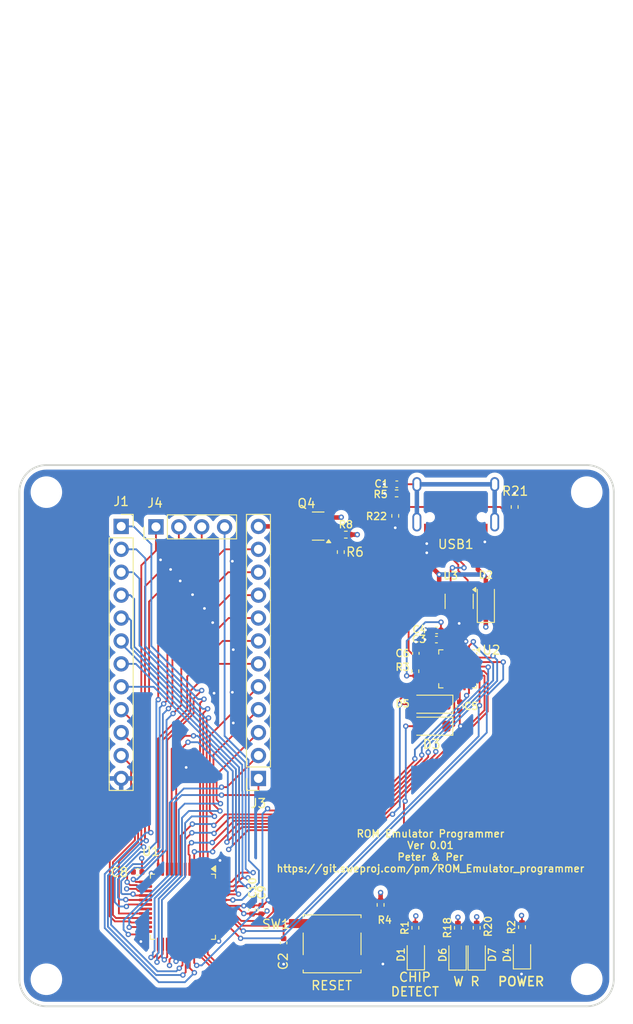
<source format=kicad_pcb>
(kicad_pcb
	(version 20240108)
	(generator "pcbnew")
	(generator_version "8.0")
	(general
		(thickness 1.6)
		(legacy_teardrops no)
	)
	(paper "A4")
	(title_block
		(title "ROM Emulator Programmer")
		(date "2024-10-07")
		(rev "0.01")
		(company "Peter & Per")
	)
	(layers
		(0 "F.Cu" signal)
		(1 "In1.Cu" signal)
		(2 "In2.Cu" signal)
		(31 "B.Cu" signal)
		(32 "B.Adhes" user "B.Adhesive")
		(33 "F.Adhes" user "F.Adhesive")
		(34 "B.Paste" user)
		(35 "F.Paste" user)
		(36 "B.SilkS" user "B.Silkscreen")
		(37 "F.SilkS" user "F.Silkscreen")
		(38 "B.Mask" user)
		(39 "F.Mask" user)
		(40 "Dwgs.User" user "User.Drawings")
		(41 "Cmts.User" user "User.Comments")
		(42 "Eco1.User" user "User.Eco1")
		(43 "Eco2.User" user "User.Eco2")
		(44 "Edge.Cuts" user)
		(45 "Margin" user)
		(46 "B.CrtYd" user "B.Courtyard")
		(47 "F.CrtYd" user "F.Courtyard")
		(48 "B.Fab" user)
		(49 "F.Fab" user)
		(50 "User.1" user)
		(51 "User.2" user)
		(52 "User.3" user)
		(53 "User.4" user)
		(54 "User.5" user)
		(55 "User.6" user)
		(56 "User.7" user)
		(57 "User.8" user)
		(58 "User.9" user)
	)
	(setup
		(stackup
			(layer "F.SilkS"
				(type "Top Silk Screen")
			)
			(layer "F.Paste"
				(type "Top Solder Paste")
			)
			(layer "F.Mask"
				(type "Top Solder Mask")
				(thickness 0.01)
			)
			(layer "F.Cu"
				(type "copper")
				(thickness 0.035)
			)
			(layer "dielectric 1"
				(type "prepreg")
				(thickness 0.1)
				(material "FR4")
				(epsilon_r 4.5)
				(loss_tangent 0.02)
			)
			(layer "In1.Cu"
				(type "copper")
				(thickness 0.035)
			)
			(layer "dielectric 2"
				(type "core")
				(thickness 1.24)
				(material "FR4")
				(epsilon_r 4.5)
				(loss_tangent 0.02)
			)
			(layer "In2.Cu"
				(type "copper")
				(thickness 0.035)
			)
			(layer "dielectric 3"
				(type "prepreg")
				(thickness 0.1)
				(material "FR4")
				(epsilon_r 4.5)
				(loss_tangent 0.02)
			)
			(layer "B.Cu"
				(type "copper")
				(thickness 0.035)
			)
			(layer "B.Mask"
				(type "Bottom Solder Mask")
				(thickness 0.01)
			)
			(layer "B.Paste"
				(type "Bottom Solder Paste")
			)
			(layer "B.SilkS"
				(type "Bottom Silk Screen")
			)
			(copper_finish "None")
			(dielectric_constraints no)
		)
		(pad_to_mask_clearance 0)
		(allow_soldermask_bridges_in_footprints no)
		(pcbplotparams
			(layerselection 0x00010fc_ffffffff)
			(plot_on_all_layers_selection 0x0000000_00000000)
			(disableapertmacros no)
			(usegerberextensions no)
			(usegerberattributes yes)
			(usegerberadvancedattributes yes)
			(creategerberjobfile yes)
			(dashed_line_dash_ratio 12.000000)
			(dashed_line_gap_ratio 3.000000)
			(svgprecision 4)
			(plotframeref no)
			(viasonmask no)
			(mode 1)
			(useauxorigin no)
			(hpglpennumber 1)
			(hpglpenspeed 20)
			(hpglpendiameter 15.000000)
			(pdf_front_fp_property_popups yes)
			(pdf_back_fp_property_popups yes)
			(dxfpolygonmode yes)
			(dxfimperialunits yes)
			(dxfusepcbnewfont yes)
			(psnegative no)
			(psa4output no)
			(plotreference yes)
			(plotvalue yes)
			(plotfptext yes)
			(plotinvisibletext no)
			(sketchpadsonfab no)
			(subtractmaskfromsilk no)
			(outputformat 1)
			(mirror no)
			(drillshape 1)
			(scaleselection 1)
			(outputdirectory "")
		)
	)
	(net 0 "")
	(net 1 "GND")
	(net 2 "+5V")
	(net 3 "/RX0")
	(net 4 "/UPDI")
	(net 5 "/D1")
	(net 6 "/A8")
	(net 7 "/A0")
	(net 8 "/D0")
	(net 9 "/A6")
	(net 10 "/D3")
	(net 11 "/A1")
	(net 12 "/A5")
	(net 13 "/A11")
	(net 14 "/A3")
	(net 15 "/CD_LED")
	(net 16 "/A10")
	(net 17 "/A7")
	(net 18 "/A9")
	(net 19 "unconnected-(U1-PC07-Pad19)")
	(net 20 "/D4")
	(net 21 "/D2")
	(net 22 "/A2")
	(net 23 "/D6")
	(net 24 "/USB_N")
	(net 25 "Net-(USB1-CC1)")
	(net 26 "Net-(USB1-CC2)")
	(net 27 "/VUSB")
	(net 28 "Net-(USB1-DP1)")
	(net 29 "Net-(USB1-DN1)")
	(net 30 "unconnected-(USB1-SBU2-Pad3)")
	(net 31 "unconnected-(USB1-SBU1-Pad9)")
	(net 32 "/A12")
	(net 33 "/A13")
	(net 34 "/D5")
	(net 35 "/D7")
	(net 36 "/A-1")
	(net 37 "/~{OE}")
	(net 38 "Net-(D6-A)")
	(net 39 "/~{BYTE}")
	(net 40 "/~{WE}")
	(net 41 "unconnected-(U1-PF03-Pad37)")
	(net 42 "/R_LED")
	(net 43 "Net-(D4-A)")
	(net 44 "/USB_P")
	(net 45 "/A4")
	(net 46 "Net-(Q4-G)")
	(net 47 "/~{VCC_EN}")
	(net 48 "/VCC_EN")
	(net 49 "Net-(D1-A)")
	(net 50 "/~{DCD}")
	(net 51 "/~{CTS}")
	(net 52 "/~{DSR}")
	(net 53 "Net-(D5-K)")
	(net 54 "/~{RI}")
	(net 55 "/~{RST}")
	(net 56 "Net-(U2-NC{slash}DCD_ECI{slash}VPP)")
	(net 57 "Net-(U2-~{RST})")
	(net 58 "/TX0")
	(net 59 "Net-(USB1-SHIELD)")
	(net 60 "/W_LED")
	(net 61 "Net-(D7-A)")
	(net 62 "unconnected-(U2-~{SUSPEND}{slash}RI_ECI-Pad17)")
	(net 63 "/~{RTS}")
	(net 64 "unconnected-(U2-CTS_ECI-Pad10)")
	(net 65 "unconnected-(U2-GPIO.1_ECI{slash}DSR_ECI-Pad14)")
	(net 66 "/~{DTR}")
	(net 67 "unconnected-(U2-RTS_ECI-Pad11)")
	(net 68 "/VIO")
	(net 69 "Net-(D3-K)")
	(footprint "Connector_PinSocket_2.54mm:PinSocket_1x12_P2.54mm_Vertical" (layer "F.Cu") (at 50.546 62.738 180))
	(footprint "Resistor_SMD:R_0402_1005Metric" (layer "F.Cu") (at 64.1096 76.7588 -90))
	(footprint "MountingHole:MountingHole_3mm" (layer "F.Cu") (at 87 31))
	(footprint "Connector_PinSocket_2.54mm:PinSocket_1x12_P2.54mm_Vertical" (layer "F.Cu") (at 35.306 34.798))
	(footprint "Diode_SMD:Nexperia_CFP3_SOD-123W" (layer "F.Cu") (at 75.7936 43.182 90))
	(footprint "Diode_SMD:D_SOD-123" (layer "F.Cu") (at 69.7728 56.9468 180))
	(footprint "Package_TO_SOT_SMD:SOT-23" (layer "F.Cu") (at 57.1777 34.7624 180))
	(footprint "MountingHole:MountingHole_3mm" (layer "F.Cu") (at 27 85))
	(footprint "Package_DFN_QFN:QFN-24-1EP_4x4mm_P0.5mm_EP2.8x2.8mm" (layer "F.Cu") (at 72.6748 50.5905 -90))
	(footprint "ROM_Emulator_programmer:SW_Push_1P1T_NO_CK_K2-1102SP-C4SC-04" (layer "F.Cu") (at 58.7248 81.0768 180))
	(footprint "Resistor_SMD:R_0402_1005Metric" (layer "F.Cu") (at 72.6948 79.2968 90))
	(footprint "Resistor_SMD:R_0402_1005Metric" (layer "F.Cu") (at 65.7352 33.6296 90))
	(footprint "Resistor_SMD:R_0402_1005Metric" (layer "F.Cu") (at 79.8068 79.2223 90))
	(footprint "Resistor_SMD:R_0402_1005Metric" (layer "F.Cu") (at 65.8876 31.1404 180))
	(footprint "Capacitor_SMD:C_0402_1005Metric" (layer "F.Cu") (at 49.8348 77.2948 -90))
	(footprint "LED_SMD:LED_0805_2012Metric" (layer "F.Cu") (at 79.8068 82.1713 90))
	(footprint "Capacitor_SMD:C_0402_1005Metric" (layer "F.Cu") (at 72.898 54.7396 90))
	(footprint "Resistor_SMD:R_0402_1005Metric" (layer "F.Cu") (at 67.9704 50.8508 90))
	(footprint "ROM_Emulator_programmer:HRO-TYPE-C-31-M-12" (layer "F.Cu") (at 72.458 27.532 180))
	(footprint "MountingHole:MountingHole_3mm" (layer "F.Cu") (at 27 31))
	(footprint "Connector_PinHeader_2.54mm:PinHeader_1x04_P2.54mm_Vertical" (layer "F.Cu") (at 39.1668 34.8488 90))
	(footprint "Package_QFP:TQFP-48_7x7mm_P0.5mm" (layer "F.Cu") (at 42.164 76.962 -90))
	(footprint "Capacitor_SMD:C_0402_1005Metric" (layer "F.Cu") (at 70.3072 47.3456))
	(footprint "Diode_SMD:D_SOD-123" (layer "F.Cu") (at 69.7748 54.5084 180))
	(footprint "LED_SMD:LED_0805_2012Metric" (layer "F.Cu") (at 74.7776 82.3004 90))
	(footprint "MountingHole:MountingHole_3mm" (layer "F.Cu") (at 87 85))
	(footprint "LED_SMD:LED_0805_2012Metric" (layer "F.Cu") (at 72.6522 82.3004 90))
	(footprint "Capacitor_SMD:C_0402_1005Metric" (layer "F.Cu") (at 65.9104 30.1244 180))
	(footprint "Resistor_SMD:R_0402_1005Metric" (layer "F.Cu") (at 67.9704 79.2968 90))
	(footprint "LED_SMD:LED_0805_2012Metric" (layer "F.Cu") (at 68.0212 82.2729 90))
	(footprint "Resistor_SMD:R_0402_1005Metric" (layer "F.Cu") (at 74.7776 79.2968 90))
	(footprint "Capacitor_SMD:C_0402_1005Metric" (layer "F.Cu") (at 50.8508 77.2896 -90))
	(footprint "Resistor_SMD:R_0402_1005Metric" (layer "F.Cu") (at 59.69 37.6428 -90))
	(footprint "Resistor_SMD:R_0402_1005Metric"
		(layer "F.Cu")
		(uuid "c3521e4f-6f67-4fde-8958-44e0b8440b34")
		(at 60.2488 35.7124)
		(descr "Resistor SMD 0402 (1005 Metric), square (rectangular) end terminal, IPC_7351 nominal, (Body size source: IPC-SM-782 page 72, https://www.pcb-3d.com/wordpress/wp-content/uploads/ipc-sm-782a_amendment_1_and_2.pdf), generated with kicad-footprint-generator")
		(tags "resistor")
		(property "Reference" "R8"
			(at 0 -1.1176 0)
			(layer "F.SilkS")
			(uuid "f892a01b-5513-4a1c-ab60-844c18cdebd8")
			(effects
				(font
					(size 0.8 0.8)
					(thickness 0.15)
				)
			)
		)
		(property "Value" "100k"
			(at 0 1.17 0)
			(layer "F.Fab")
			(uuid "566c56ff-a0ba-48b3-aafd-40326d362616")
			(effects
				(font
					(size 1 1)
					(thickness 0.15)
				)
			)
		)
		(property "Footprint" "Resistor_SMD:R_0402_1005Metric"
			(at 0 0 0)
			(unlocked yes)
			(layer "F.Fab")
			(hide yes)
			(uuid "e07033bc-4d3e-47e5-a25e-3bc2a8b0e9a8")
			(effects
				(font
					(size 1.27 1.27)
					(thickness 0.15)
				)
			)
		)
		(property "Datasheet" ""
			(at 0 0 0)
			(unlocked yes)
			(layer "F.Fab")
			(hide yes)
			(uuid "0e05a368-1d09-4fb3-aca6-0850c5395b76")
			(effects
				(font
					(size 1.27 1.27)
					(thickness 0.15)
				)
			)
		)
		(property "Description" ""
			(at 0 0 0)
			(unlocked yes)
			(layer "F.Fab")
			(hide yes)
			(uuid "4d96fedf-a62f-4d42-9d60-0a634ce4a050")
			(effects
				(font
					(size 1.27 1.27)
					(thickness 0.15)
				)
			)
		)
		(property "LCSC" "c25741"
			(at 0 0 0)
			(unlocked yes)
			(layer "F.Fab")
			(hide yes)
			(uuid "834f70ea-57f6-4388-b9c4-a10b364a25bb")
			(effects
				(font
					(size 1 1)
					(thickness 0.15)
				)
			)
		)
		(property "Supplier" ""
			(at 0 0 0)
			(unlocked yes)
			(layer "F.Fab")
			(hide yes)
			(uuid "c9173466-e4a2-41ce-9454-f481840348d9")
			(effects
				(font
					(size 1 1)
					(thickness 0.15)
				)
			)
		)
		(property ki_fp_filters "R_*")
		(path "/b1a3c631-c70b-4323-9f97-a9961a5b83a1")
		(sheetname "Root")
		(sheetfile "ROM_Emulator_programmer.kicad_sch")
		(attr smd)
		(fp_line
			(start -0.153641 -0.38)
			(end 0.153641 -0.38)
			(stroke
				(width 0.12)
				(type solid)
			)
			(layer "F.SilkS")
			(uuid "ed03e0da-6b71-4b56-8796-0f1c688ad1f6")
		)
		(fp_line
			(start -0.153641 0.38)
			(end 0.153641 0.38)
			(stroke
				(width 0.12)
				(type solid)
			)
			(layer "F.SilkS")
			(uuid "15fef465-48fe-4687-99ca-c7c375db157d")
		)
		(fp_line
			(start -0.93 -0.47)
			(end 0.93 -0.47)
			(stroke
				(width 0.05)
				(type solid)
			)
			(layer "F.CrtYd")
			(uuid "0b9179d0-44f6-4de9-a657-8fe2f2552c8e")
		)
		(fp_line
			(start -0.93 0.47)
			(end -0.93 -0.47)
			(stroke
				(width 0.05)
				(type solid)
			)
			(layer "F.CrtYd")
			(uuid "a86454fb-bb3f-4504-90f2-93623f31bd0b")
		)
		(fp_line
			(start 0.93 -0.47)
			(end 0.93 0.47)
			(stroke
				(width 0.05)
				(type solid)
			)
			(layer "F.CrtYd")
			(uuid "43477065-b57e-4c67-b328-192eeb2de1c5")
		)
		(fp_line
			(start 0.93 0.47)
			(end -0.93 0.47)
			(stroke
				(width 0.05)
				(type solid)
			)
			(layer "F.CrtYd")
			(uuid "b851e051-d57f-47c7-924e-7e2d1ed7a464")
		)
		(fp_line
			(start -0.525 -0.27)
			(end 0.525 -0.27)
			(stroke
				(width 0.1)
				(type solid)
			)
			(layer "F.Fab")
			(uuid "206cb6f3-3154-4f25-aacf-d360713feeb7")
		)
		(fp_line
			(start -0.525 0.27)
			(end -0.525 -0.27)
			(stroke
				(width 0.1)
				(type solid)
			)
			(layer "F.Fab")
			(uuid "f9f116ff-dad4-43db-ab70-c71ac56b3b1f")
		)
		(fp_line
			(start 0.525 -0.27)
			(end 0.525 0.27)
			(stroke
				(width 0.1)
				(type solid)
			)
			(layer "F.Fab")
			(uuid "5fd1dd74-5d44-403b-81af-68587960b51d")
		)
		(fp_line
			(start 0.525 0.27)
			(end -0.525 0.27)
			(stroke
				(width 0.1)
				(type solid)
			)
			(layer "F.Fab")
			(uuid "4fc14928-c907-440c-8796-939e6940b371")
		)
		(fp_text user "${REFERENCE}"
			(at 0 0 0)
			(layer "F.Fab")
			(uuid "39c6774a-332e-41d0-9320-49f448a17c6a")
			(effects
				(font
					(size 0.26 0.26)
					(thickness 0.04)
				)
			)
		)
		(pad "1" smd roundrect
			(at -0.51 0)
			(size 0.54 0.64)
			(layers "F.Cu" "F.Paste" "F.Mask")
			(roundrect_rratio 0.25)
			(net 46 "Net-(Q4-G)")
			(pintype "passive")
			(uuid "30f70411-532a-430e-9166-2aa27536c595")
		)
		(pad "2" smd roundrect
			(at 0.51 0)
			(size 0.54 0.64)
			(layers "F.Cu" "F.Paste" "F.Mask")
			(roundrect_rratio 0.25)
			(net 2 "+5V")
			(pintype "passive")
		
... [515954 chars truncated]
</source>
